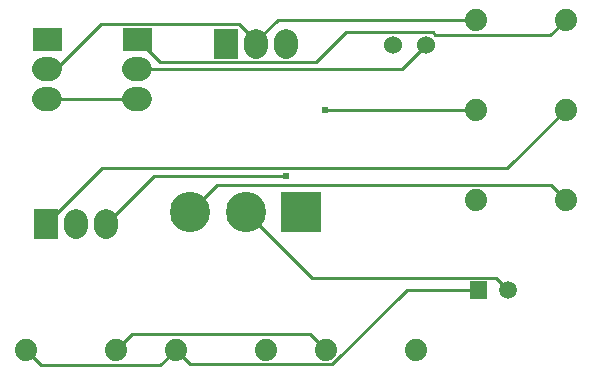
<source format=gtl>
G04 Layer: TopLayer*
G04 EasyEDA v6.4.19.4, 2021-06-20T15:31:19+02:00*
G04 e6e026fb29b945aabfb51621ac71b843,10*
G04 Gerber Generator version 0.2*
G04 Scale: 100 percent, Rotated: No, Reflected: No *
G04 Dimensions in millimeters *
G04 leading zeros omitted , absolute positions ,4 integer and 5 decimal *
%FSLAX45Y45*%
%MOMM*%

%ADD11C,0.2600*%
%ADD12C,0.6100*%
%ADD13C,1.5240*%
%ADD14C,1.4986*%
%ADD16R,3.4160X3.4160*%
%ADD17C,3.4160*%
%ADD19C,1.8796*%
%ADD21C,2.0000*%

%LPD*%
D11*
X5552442Y8582149D02*
G01*
X4579365Y8582149D01*
X4555754Y8605776D01*
X3820927Y8605776D01*
X3569977Y8354819D01*
X2247143Y8354819D01*
X2054857Y8547100D01*
X1872493Y5918200D02*
G01*
X2006351Y6052057D01*
X3516635Y6052057D01*
X3650493Y5918200D01*
X5682493Y7950200D02*
G01*
X5188719Y7456426D01*
X1753877Y7456426D01*
X1282445Y6985000D01*
X1790445Y6985000D02*
G01*
X2199393Y7393688D01*
X3314451Y7393688D01*
X5559054Y7311646D02*
G01*
X2729991Y7311646D01*
X2504950Y7086600D01*
X4920493Y7950200D02*
G01*
X3644900Y7950200D01*
X1292857Y8039100D02*
G01*
X2054857Y8039100D01*
X2380493Y5918200D02*
G01*
X2247900Y5785612D01*
X1243068Y5785612D01*
X1110493Y5918200D01*
X2380493Y5918200D02*
G01*
X2504442Y5794250D01*
X3705608Y5794250D01*
X4337558Y6426200D01*
X4943350Y6426200D01*
X2974850Y7086600D02*
G01*
X3531108Y6530342D01*
X5093208Y6530342D01*
X5197350Y6426200D01*
X3060451Y8530338D02*
G01*
X3242307Y8712200D01*
X4920493Y8712200D01*
X1292857Y8293100D02*
G01*
X1366019Y8293100D01*
X1749300Y8676388D01*
X2914401Y8676388D01*
X3060451Y8530338D01*
X3060451Y8530338D02*
G01*
X3060451Y8509000D01*
X2054857Y8293100D02*
G01*
X4295650Y8293100D01*
X4498850Y8496300D01*
X5682493Y8712200D02*
G01*
X5552442Y8582149D01*
X5682493Y7188200D02*
G01*
X5559054Y7311646D01*
D13*
G01*
X4498847Y8496300D03*
G01*
X4219447Y8496300D03*
D14*
G01*
X5197347Y6426200D03*
G36*
X4868418Y6501129D02*
G01*
X5018277Y6501129D01*
X5018277Y6351270D01*
X4868418Y6351270D01*
G37*
D16*
G01*
X3444747Y7086600D03*
D17*
G01*
X2974847Y7086600D03*
G01*
X2504947Y7086600D03*
G36*
X1182372Y7109968D02*
G01*
X1382524Y7109968D01*
X1382524Y6860031D01*
X1182372Y6860031D01*
G37*
G36*
X2706372Y8633968D02*
G01*
X2906524Y8633968D01*
X2906524Y8384031D01*
X2706372Y8384031D01*
G37*
D19*
G01*
X3650488Y5918200D03*
G01*
X4412488Y5918200D03*
G01*
X4920488Y7950200D03*
G01*
X5682488Y7950200D03*
G01*
X4920488Y7188200D03*
G01*
X5682488Y7188200D03*
G01*
X1110487Y5918200D03*
G01*
X1872487Y5918200D03*
G01*
X2380488Y5918200D03*
G01*
X3142488Y5918200D03*
G01*
X4920488Y8712200D03*
G01*
X5682488Y8712200D03*
G36*
X2179698Y8647176D02*
G01*
X2179698Y8447024D01*
X1929762Y8447024D01*
X1929762Y8647176D01*
G37*
G36*
X1417698Y8647176D02*
G01*
X1417698Y8447024D01*
X1167762Y8447024D01*
X1167762Y8647176D01*
G37*
D12*
G01*
X3314445Y7393686D03*
G01*
X3644900Y7950200D03*
D21*
X1536448Y7009998D02*
G01*
X1536448Y6959998D01*
X1790448Y7009998D02*
G01*
X1790448Y6959998D01*
X3060448Y8533998D02*
G01*
X3060448Y8483998D01*
X3314448Y8533998D02*
G01*
X3314448Y8483998D01*
X2079731Y8039100D02*
G01*
X2029731Y8039100D01*
X2079731Y8293100D02*
G01*
X2029731Y8293100D01*
X1317731Y8039100D02*
G01*
X1267731Y8039100D01*
X1317731Y8293100D02*
G01*
X1267731Y8293100D01*
M02*

</source>
